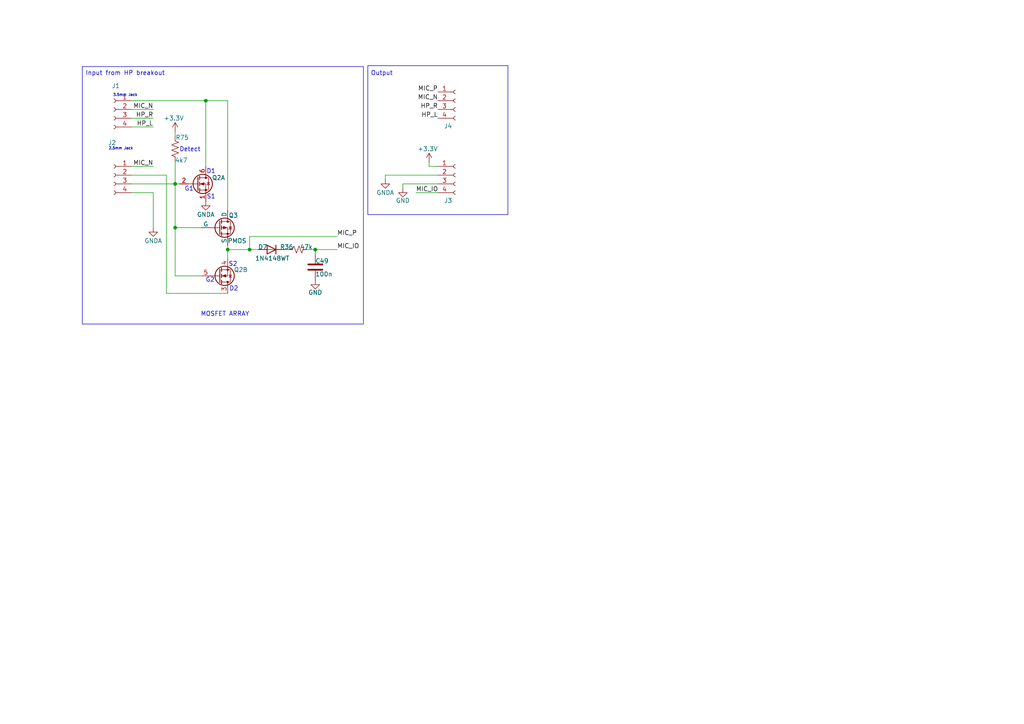
<source format=kicad_sch>
(kicad_sch (version 20250114) (generator "eeschema") (generator_version "9.0")
  (paper "A4")
  (lib_symbols
    (symbol "Connector:Conn_01x04_Socket" (pin_names (offset 1.016) (hide yes))
      (property "Reference" "J" (at 0 5.08 0))
      (property "Value" "Conn_01x04_Socket" (at 0 -7.62 0))
      (symbol "Conn_01x04_Socket_1_1"
        (polyline (pts (xy -1.27 2.54) (xy -0.508 2.54)) (stroke (width 0.1524)))
        (polyline (pts (xy -1.27 0) (xy -0.508 0)) (stroke (width 0.1524)))
        (polyline (pts (xy -1.27 -2.54) (xy -0.508 -2.54)) (stroke (width 0.1524)))
        (polyline (pts (xy -1.27 -5.08) (xy -0.508 -5.08)) (stroke (width 0.1524)))
        (arc (start 0 2.032) (mid -0.5058 2.54) (end 0 3.048) (stroke (width 0.1524)))
        (arc (start 0 -0.508) (mid -0.5058 0) (end 0 0.508) (stroke (width 0.1524)))
        (arc (start 0 -3.048) (mid -0.5058 -2.54) (end 0 -2.032) (stroke (width 0.1524)))
        (arc (start 0 -5.588) (mid -0.5058 -5.08) (end 0 -4.572) (stroke (width 0.1524)))
        (pin passive line (at -5.08 2.54 0) (length 3.81) (name "Pin_1") (number "1"))
        (pin passive line (at -5.08 0 0) (length 3.81) (name "Pin_2") (number "2"))
        (pin passive line (at -5.08 -2.54 0) (length 3.81) (name "Pin_3") (number "3"))
        (pin passive line (at -5.08 -5.08 0) (length 3.81) (name "Pin_4") (number "4"))
      )
    )
    (symbol "Device:C" (pin_numbers (hide yes)) (pin_names (offset 0.254))
      (property "Reference" "C" (at 0.635 2.54 0))
      (property "Value" "C" (at 0.635 -2.54 0))
      (symbol "C_0_1"
        (polyline (pts (xy -2.032 0.762) (xy 2.032 0.762)) (stroke (width 0.508)))
        (polyline (pts (xy -2.032 -0.762) (xy 2.032 -0.762)) (stroke (width 0.508)))
      )
      (symbol "C_1_1"
        (pin passive line (at 0 3.81 270) (length 2.794) (name "~") (number "1"))
        (pin passive line (at 0 -3.81 90) (length 2.794) (name "~") (number "2"))
      )
    )
    (symbol "Device:D" (pin_numbers (hide yes)) (pin_names (offset 1.016) (hide yes))
      (property "Reference" "D" (at 0 2.54 0))
      (property "Value" "D" (at 0 -2.54 0))
      (symbol "D_0_1"
        (polyline (pts (xy -1.27 1.27) (xy -1.27 -1.27)) (stroke (width 0.254)))
        (polyline (pts (xy 1.27 1.27) (xy 1.27 -1.27) (xy -1.27 0) (xy 1.27 1.27)) (stroke (width 0.254)))
        (polyline (pts (xy 1.27 0) (xy -1.27 0)))
      )
      (symbol "D_1_1"
        (pin passive line (at -3.81 0 0) (length 2.54) (name "K") (number "1"))
        (pin passive line (at 3.81 0 180) (length 2.54) (name "A") (number "2"))
      )
    )
    (symbol "Device:R_Small_US" (pin_numbers (hide yes)) (pin_names (offset 0.254) (hide yes))
      (property "Reference" "R" (at 0.762 0.508 0))
      (property "Value" "R_Small_US" (at 0.762 -1.016 0))
      (symbol "R_Small_US_1_1"
        (polyline (pts (xy 0 1.524) (xy 1.016 1.143) (xy 0 0.762) (xy -1.016 0.381) (xy 0 0)))
        (polyline (pts (xy 0 0) (xy 1.016 -0.381) (xy 0 -0.762) (xy -1.016 -1.143) (xy 0 -1.524)))
        (pin passive line (at 0 2.54 270) (length 1.016) (name "~") (number "1"))
        (pin passive line (at 0 -2.54 90) (length 1.016) (name "~") (number "2"))
      )
    )
    (symbol "Device:R_US" (pin_numbers (hide yes)) (pin_names (offset 0))
      (property "Reference" "R" (at 2.54 0 90))
      (property "Value" "R_US" (at -2.54 0 90))
      (symbol "R_US_0_1"
        (polyline (pts (xy 0 2.286) (xy 0 2.54)))
        (polyline (pts (xy 0 2.286) (xy 1.016 1.905) (xy 0 1.524) (xy -1.016 1.143) (xy 0 0.762)))
        (polyline (pts (xy 0 0.762) (xy 1.016 0.381) (xy 0 0) (xy -1.016 -0.381) (xy 0 -0.762)))
        (polyline (pts (xy 0 -0.762) (xy 1.016 -1.143) (xy 0 -1.524) (xy -1.016 -1.905) (xy 0 -2.286)))
        (polyline (pts (xy 0 -2.286) (xy 0 -2.54)))
      )
      (symbol "R_US_1_1"
        (pin passive line (at 0 3.81 270) (length 1.27) (name "~") (number "1"))
        (pin passive line (at 0 -3.81 90) (length 1.27) (name "~") (number "2"))
      )
    )
    (symbol "Simulation_SPICE:PMOS" (pin_numbers (hide yes)) (pin_names (offset 0))
      (property "Reference" "Q" (at 5.08 1.27 0))
      (property "Value" "PMOS" (at 5.08 -1.27 0))
      (symbol "PMOS_0_1"
        (polyline (pts (xy 0.254 1.905) (xy 0.254 -1.905)) (stroke (width 0.254)))
        (polyline (pts (xy 0.254 0) (xy -2.54 0)))
        (polyline (pts (xy 0.762 2.286) (xy 0.762 1.27)) (stroke (width 0.254)))
        (polyline (pts (xy 0.762 1.778) (xy 3.302 1.778) (xy 3.302 -1.778) (xy 0.762 -1.778)))
        (polyline (pts (xy 0.762 0.508) (xy 0.762 -0.508)) (stroke (width 0.254)))
        (polyline (pts (xy 0.762 -1.27) (xy 0.762 -2.286)) (stroke (width 0.254)))
        (circle (center 1.651 0) (radius 2.794) (stroke (width 0.254)))
        (polyline (pts (xy 2.286 0) (xy 1.27 0.381) (xy 1.27 -0.381) (xy 2.286 0)) (fill (type outline)))
        (polyline (pts (xy 2.54 2.54) (xy 2.54 1.778)))
        (circle (center 2.54 1.778) (radius 0.254) (fill (type outline)))
        (circle (center 2.54 -1.778) (radius 0.254) (fill (type outline)))
        (polyline (pts (xy 2.54 -2.54) (xy 2.54 0) (xy 0.762 0)))
        (polyline (pts (xy 2.794 -0.508) (xy 2.921 -0.381) (xy 3.683 -0.381) (xy 3.81 -0.254)))
        (polyline (pts (xy 3.302 -0.381) (xy 2.921 0.254) (xy 3.683 0.254) (xy 3.302 -0.381)))
      )
      (symbol "PMOS_1_1"
        (pin input line (at -5.08 0 0) (length 2.54) (name "G") (number "2"))
        (pin passive line (at 2.54 5.08 270) (length 2.54) (name "D") (number "1"))
        (pin passive line (at 2.54 -5.08 90) (length 2.54) (name "S") (number "3"))
      )
    )
    (symbol "Transistor_FET:Q_Dual_NMOS_S1G1D2S2G2D1" (pin_names (offset 0) (hide yes))
      (property "Reference" "Q" (at 5.08 1.905 0))
      (property "Value" "Q_Dual_NMOS_S1G1D2S2G2D1" (at 5.08 0 0))
      (symbol "Q_Dual_NMOS_S1G1D2S2G2D1_0_1"
        (polyline (pts (xy 0.254 1.905) (xy 0.254 -1.905)) (stroke (width 0.254)))
        (polyline (pts (xy 0.254 0) (xy -2.54 0)))
        (polyline (pts (xy 0.762 2.286) (xy 0.762 1.27)) (stroke (width 0.254)))
        (polyline (pts (xy 0.762 0.508) (xy 0.762 -0.508)) (stroke (width 0.254)))
        (polyline (pts (xy 0.762 -1.27) (xy 0.762 -2.286)) (stroke (width 0.254)))
        (polyline (pts (xy 0.762 -1.778) (xy 3.302 -1.778) (xy 3.302 1.778) (xy 0.762 1.778)))
        (polyline (pts (xy 1.016 0) (xy 2.032 0.381) (xy 2.032 -0.381) (xy 1.016 0)) (fill (type outline)))
        (circle (center 1.651 0) (radius 2.794) (stroke (width 0.254)))
        (polyline (pts (xy 2.54 2.54) (xy 2.54 1.778)))
        (circle (center 2.54 1.778) (radius 0.254) (fill (type outline)))
        (circle (center 2.54 -1.778) (radius 0.254) (fill (type outline)))
        (polyline (pts (xy 2.54 -2.54) (xy 2.54 0) (xy 0.762 0)))
        (polyline (pts (xy 2.921 0.381) (xy 3.683 0.381)))
        (polyline (pts (xy 3.302 0.381) (xy 2.921 -0.254) (xy 3.683 -0.254) (xy 3.302 0.381)))
      )
      (symbol "Q_Dual_NMOS_S1G1D2S2G2D1_1_1"
        (pin input line (at -5.08 0 0) (length 2.54) (name "G") (number "2"))
        (pin passive line (at 2.54 5.08 270) (length 2.54) (name "D") (number "6"))
        (pin passive line (at 2.54 -5.08 90) (length 2.54) (name "S") (number "1"))
      )
      (symbol "Q_Dual_NMOS_S1G1D2S2G2D1_2_1"
        (pin input line (at -5.08 0 0) (length 2.54) (name "G") (number "5"))
        (pin passive line (at 2.54 5.08 270) (length 2.54) (name "D") (number "3"))
        (pin passive line (at 2.54 -5.08 90) (length 2.54) (name "S") (number "4"))
      )
    )
    (symbol "power:+3.3V" (power) (pin_numbers (hide yes)) (pin_names (offset 0) (hide yes))
      (property "Value" "+3.3V" (at 0 3.556 0))
      (symbol "+3.3V_0_1"
        (polyline (pts (xy -0.762 1.27) (xy 0 2.54)))
        (polyline (pts (xy 0 2.54) (xy 0.762 1.27)))
        (polyline (pts (xy 0 0) (xy 0 2.54)))
      )
      (symbol "+3.3V_1_1"
        (pin power_in line (at 0 0 90) (length 0) (name "~") (number "1"))
      )
    )
    (symbol "power:GNDA" (power) (pin_numbers (hide yes)) (pin_names (offset 0) (hide yes))
      (property "Value" "GNDA" (at 0 -3.81 0))
      (symbol "GNDA_0_1"
        (polyline (pts (xy 0 0) (xy 0 -1.27) (xy 1.27 -1.27) (xy 0 -2.54) (xy -1.27 -1.27) (xy 0 -1.27)))
      )
      (symbol "GNDA_1_1"
        (pin power_in line (at 0 0 270) (length 0) (name "~") (number "1"))
      )
    )
  )
  (rectangle (start 106.68 19.05) (end 147.32 62.23))
  (rectangle (start 23.876 19.304) (end 105.41 93.98))
  (text "Input from HP breakout" (at 36.322 21.336 0) (effects (font (size 1.27 1.27))))
  (text "G2" (at 60.96 81.28 0) (effects (font (size 1.27 1.27))))
  (text "S2" (at 67.564 76.708 0) (effects (font (size 1.27 1.27))))
  (text "2.5mm Jack" (at 35.052 43.18 0) (effects (font (size 0.762 0.762))))
  (text "S1" (at 61.214 57.15 0) (effects (font (size 1.27 1.27))))
  (text "MOSFET ARRAY" (at 65.278 91.186 0) (effects (font (size 1.27 1.27))))
  (text "Output" (at 110.744 21.336 0) (effects (font (size 1.27 1.27))))
  (text "D1" (at 61.214 49.784 0) (effects (font (size 1.27 1.27))))
  (text "3.5mm Jack" (at 36.322 27.686 0) (effects (font (size 0.762 0.762))))
  (text "G1" (at 54.864 54.864 0) (effects (font (size 1.27 1.27))))
  (text "Detect" (at 55.118 43.434 0) (effects (font (size 1.27 1.27))))
  (text "D2" (at 67.818 83.82 0) (effects (font (size 1.27 1.27))))
  (junction (at 50.8 66.04))
  (junction (at 66.04 72.39))
  (junction (at 50.8 53.34))
  (junction (at 59.69 29.21))
  (junction (at 91.44 72.39))
  (junction (at 72.39 72.39))
  (wire (pts (xy 116.84 53.34) (xy 116.84 54.61)))
  (wire (pts (xy 59.69 29.21) (xy 66.04 29.21)))
  (wire (pts (xy 38.1 53.34) (xy 50.8 53.34)))
  (wire (pts (xy 50.8 66.04) (xy 50.8 80.01)))
  (wire (pts (xy 72.39 68.58) (xy 72.39 72.39)))
  (wire (pts (xy 50.8 53.34) (xy 52.07 53.34)))
  (wire (pts (xy 124.46 46.99) (xy 124.46 48.26)))
  (wire (pts (xy 38.1 31.75) (xy 44.45 31.75)))
  (wire (pts (xy 50.8 80.01) (xy 58.42 80.01)))
  (wire (pts (xy 38.1 55.88) (xy 44.45 55.88)))
  (wire (pts (xy 120.65 55.88) (xy 127 55.88)))
  (wire (pts (xy 66.04 71.12) (xy 66.04 72.39)))
  (wire (pts (xy 66.04 85.09) (xy 48.26 85.09)))
  (wire (pts (xy 82.55 72.39) (xy 83.82 72.39)))
  (wire (pts (xy 38.1 50.8) (xy 48.26 50.8)))
  (wire (pts (xy 50.8 46.99) (xy 50.8 53.34)))
  (wire (pts (xy 59.69 48.26) (xy 59.69 29.21)))
  (wire (pts (xy 127 53.34) (xy 116.84 53.34)))
  (wire (pts (xy 38.1 29.21) (xy 59.69 29.21)))
  (wire (pts (xy 66.04 60.96) (xy 66.04 29.21)))
  (wire (pts (xy 91.44 72.39) (xy 97.79 72.39)))
  (wire (pts (xy 66.04 72.39) (xy 72.39 72.39)))
  (wire (pts (xy 50.8 38.1) (xy 50.8 39.37)))
  (wire (pts (xy 66.04 72.39) (xy 66.04 74.93)))
  (wire (pts (xy 50.8 53.34) (xy 50.8 66.04)))
  (wire (pts (xy 44.45 55.88) (xy 44.45 66.04)))
  (wire (pts (xy 111.76 52.07) (xy 111.76 50.8)))
  (wire (pts (xy 91.44 73.66) (xy 91.44 72.39)))
  (wire (pts (xy 38.1 48.26) (xy 44.45 48.26)))
  (wire (pts (xy 38.1 36.83) (xy 44.45 36.83)))
  (wire (pts (xy 72.39 72.39) (xy 74.93 72.39)))
  (wire (pts (xy 88.9 72.39) (xy 91.44 72.39)))
  (wire (pts (xy 97.79 68.58) (xy 72.39 68.58)))
  (wire (pts (xy 48.26 50.8) (xy 48.26 85.09)))
  (wire (pts (xy 124.46 48.26) (xy 127 48.26)))
  (wire (pts (xy 111.76 50.8) (xy 127 50.8)))
  (wire (pts (xy 38.1 34.29) (xy 44.45 34.29)))
  (wire (pts (xy 50.8 66.04) (xy 58.42 66.04)))
  (label "HP_R" (at 44.45 34.29 180))
  (label "HP_L" (at 127 34.29 180))
  (label "MIC_IO" (at 97.79 72.39 0))
  (label "MIC_IO" (at 120.65 55.88 0))
  (label "MIC_N" (at 127 29.21 180))
  (label "HP_L" (at 44.45 36.83 180))
  (label "HP_R" (at 127 31.75 180))
  (label "MIC_P" (at 97.79 68.58 0))
  (label "MIC_N" (at 44.45 31.75 180))
  (label "MIC_P" (at 127 26.67 180))
  (label "MIC_N" (at 44.45 48.26 180))
  (symbol (lib_id "Device:R_Small_US") (at 86.36 72.39 270) (unit 1)
    (property "Reference" "R36" (at 85.09 71.628 90) (effects (justify right)))
    (property "Value" "47k" (at 90.678 71.628 90) (effects (justify right)))
    (property "Footprint" "Resistor_SMD:R_0402_1005Metric" (effects (hide yes)))
    (property "Description" "Resistor, small US symbol" (effects (hide yes)))
    (property "JLCPCB Part #" "C25792" (effects (hide yes)))
  )
  (symbol (lib_id "power:GNDA") (at 59.69 58.42 0) (unit 1)
    (property "Reference" "#PWR048" (effects (hide yes)))
    (property "Value" "GNDA" (at 59.69 62.23 0))
    (property "Description" "Power symbol creates a global label with name \"GNDA\" , analog ground" (effects (hide yes)))
  )
  (symbol (lib_id "Connector:Conn_01x04_Socket") (at 132.08 50.8 0) (unit 1)
    (property "Reference" "J3" (at 128.778 58.166 0) (effects (justify left)))
    (property "Value" "Conn_01x04_Socket" (effects (hide yes)))
    (property "Footprint" "Connector_PinHeader_2.54mm:PinHeader_1x04_P2.54mm_Vertical_SMD_Pin1Right" (effects (hide yes)))
    (property "Description" "Generic connector, single row, 01x04, script generated" (effects (hide yes)))
    (property "JLCPCB Part #" "C42379197" (effects (hide yes)))
    (property "FT Rotation Offset" "90" (effects (hide yes)))
  )
  (symbol (lib_id "power:+3.3V") (at 50.8 38.1 0) (mirror y) (unit 1)
    (property "Reference" "#PWR088" (effects (hide yes)))
    (property "Value" "+3.3V" (at 53.34 34.29 0) (effects (justify left)))
    (property "Description" "Power symbol creates a global label with name \"+3.3V\"" (effects (hide yes)))
  )
  (symbol (lib_id "power:GNDA") (at 111.76 52.07 0) (unit 1)
    (property "Reference" "#PWR03" (effects (hide yes)))
    (property "Value" "GNDA" (at 111.76 55.88 0))
    (property "Description" "Power symbol creates a global label with name \"GNDA\" , analog ground" (effects (hide yes)))
  )
  (symbol (lib_id "Device:R_US") (at 50.8 43.18 180) (unit 1)
    (property "Reference" "R75" (at 52.832 39.878 0))
    (property "Value" "4k7" (at 52.578 46.482 0))
    (property "Footprint" "Resistor_SMD:R_0402_1005Metric" (effects (hide yes)))
    (property "Description" "Resistor, US symbol" (effects (hide yes)))
    (property "JLCPCB Part #" "C25900" (effects (hide yes)))
  )
  (symbol (lib_id "Device:D") (at 78.74 72.39 180) (unit 1)
    (property "Reference" "D7" (at 76.2 71.628 0))
    (property "Value" "1N4148WT" (at 78.994 74.93 0))
    (property "Footprint" "Diode_SMD:D_SOD-523" (effects (hide yes)))
    (property "Description" "Diode" (effects (hide yes)))
    (property "Sim.Device" "D" (effects (hide yes)))
    (property "Sim.Pins" "1=K 2=A" (effects (hide yes)))
    (property "JLCPCB Part #" "C27748" (effects (hide yes)))
  )
  (symbol (lib_id "power:+3.3V") (at 124.46 46.99 0) (mirror y) (unit 1)
    (property "Reference" "#PWR01" (effects (hide yes)))
    (property "Value" "+3.3V" (at 127 43.18 0) (effects (justify left)))
    (property "Description" "Power symbol creates a global label with name \"+3.3V\"" (effects (hide yes)))
  )
  (symbol (lib_id "Connector:Conn_01x04_Socket") (at 132.08 29.21 0) (unit 1)
    (property "Reference" "J4" (at 128.778 36.576 0) (effects (justify left)))
    (property "Value" "Conn_01x04_Socket" (effects (hide yes)))
    (property "Footprint" "Connector_PinHeader_2.54mm:PinHeader_1x04_P2.54mm_Vertical_SMD_Pin1Right" (effects (hide yes)))
    (property "Description" "Generic connector, single row, 01x04, script generated" (effects (hide yes)))
    (property "JLCPCB Part #" "C42379197" (effects (hide yes)))
    (property "FT Rotation Offset" "90" (effects (hide yes)))
  )
  (symbol (lib_id "power:GNDA") (at 91.44 81.28 0) (unit 1)
    (property "Reference" "#PWR051" (effects (hide yes)))
    (property "Value" "GND" (at 91.44 84.836 0))
    (property "Description" "Power symbol creates a global label with name \"GNDA\" , analog ground" (effects (hide yes)))
  )
  (symbol (lib_id "Transistor_FET:Q_Dual_NMOS_S1G1D2S2G2D1") (at 57.15 53.34 0) (unit 1)
    (property "Reference" "Q2" (at 61.468 51.562 0) (effects (justify left)))
    (property "Value" "Q_Dual_NMOS_S1G1D2S2G2D1" (effects (hide yes)))
    (property "Footprint" "Hactar_Footprints:SOT-363_L2.1-W1.3-P0.65-LS2.3-BL" (effects (hide yes)))
    (property "Description" "Dual NMOS transistor, 6 pin package" (effects (hide yes)))
    (property "JLCPCB Part #" "C5362112" (effects (hide yes)))
    (property "FT Rotation Offset" "180" (effects (hide yes)))
  )
  (symbol (lib_id "Transistor_FET:Q_Dual_NMOS_S1G1D2S2G2D1") (at 63.5 80.01 0) (mirror x) (unit 2)
    (property "Reference" "Q2" (at 67.818 78.232 0) (effects (justify left)))
    (property "Value" "Q_Dual_NMOS_S1G1D2S2G2D1" (effects (hide yes)))
    (property "Footprint" "Hactar_Footprints:SOT-363_L2.1-W1.3-P0.65-LS2.3-BL" (effects (hide yes)))
    (property "Description" "Dual NMOS transistor, 6 pin package" (effects (hide yes)))
    (property "JLCPCB Part #" "C5362112" (effects (hide yes)))
    (property "FT Rotation Offset" "180" (effects (hide yes)))
  )
  (symbol (lib_id "Device:C") (at 91.44 77.47 0) (unit 1)
    (property "Reference" "C49" (at 91.44 75.692 0) (effects (justify left)))
    (property "Value" "100n" (at 91.44 79.502 0) (effects (justify left)))
    (property "Footprint" "Capacitor_SMD:C_0402_1005Metric" (effects (hide yes)))
    (property "Description" "Unpolarized capacitor" (effects (hide yes)))
    (property "JLCPCB Part #" "C1525" (effects (hide yes)))
  )
  (symbol (lib_id "power:GNDA") (at 116.84 54.61 0) (unit 1)
    (property "Reference" "#PWR02" (effects (hide yes)))
    (property "Value" "GND" (at 116.84 58.166 0))
    (property "Description" "Power symbol creates a global label with name \"GNDA\" , analog ground" (effects (hide yes)))
  )
  (symbol (lib_id "Connector:Conn_01x04_Socket") (at 33.02 50.8 0) (mirror y) (unit 1)
    (property "Reference" "J2" (at 32.512 41.402 0))
    (property "Value" "Conn_01x04_Socket" (effects (hide yes)))
    (property "Footprint" "Connector_PinHeader_2.54mm:PinHeader_1x04_P2.54mm_Vertical_SMD_Pin1Right" (effects (hide yes)))
    (property "Description" "Generic connector, single row, 01x04, script generated" (effects (hide yes)))
    (property "JLCPCB Part #" "C42379197" (effects (hide yes)))
    (property "FT Rotation Offset" "90" (effects (hide yes)))
  )
  (symbol (lib_id "power:GNDA") (at 44.45 66.04 0) (unit 1)
    (property "Reference" "#PWR085" (effects (hide yes)))
    (property "Value" "GNDA" (at 44.45 69.85 0))
    (property "Description" "Power symbol creates a global label with name \"GNDA\" , analog ground" (effects (hide yes)))
  )
  (symbol (lib_id "Connector:Conn_01x04_Socket") (at 33.02 31.75 0) (mirror y) (unit 1)
    (property "Reference" "J1" (at 34.798 24.892 0) (effects (justify left)))
    (property "Value" "Conn_01x04_Socket" (effects (hide yes)))
    (property "Footprint" "Connector_PinHeader_2.54mm:PinHeader_1x04_P2.54mm_Vertical_SMD_Pin1Right" (effects (hide yes)))
    (property "Description" "Generic connector, single row, 01x04, script generated" (effects (hide yes)))
    (property "JLCPCB Part #" "C42379197" (effects (hide yes)))
    (property "FT Rotation Offset" "90" (effects (hide yes)))
  )
  (symbol (lib_id "Simulation_SPICE:PMOS") (at 63.5 66.04 0) (unit 1)
    (property "Reference" "Q3" (at 66.294 62.484 0) (effects (justify left)))
    (property "Value" "PMOS" (at 66.04 69.85 0) (effects (justify left)))
    (property "Footprint" "Hactar_Footprints:SOT-23-3_L2.9-W1.3-P1.90-LS2.4-BR" (effects (hide yes)))
    (property "Datasheet" "https://ngspice.sourceforge.io/docs/ngspice-html-manual/manual.xhtml#cha_MOSFETs" (effects (hide yes)))
    (property "Description" "P-MOSFET transistor, drain/source/gate" (effects (hide yes)))
    (property "Sim.Device" "PMOS" (effects (hide yes)))
    (property "Sim.Type" "VDMOS" (effects (hide yes)))
    (property "Sim.Pins" "1=D 2=G 3=S" (effects (hide yes)))
    (property "JLCPCB Part #" "C181091" (effects (hide yes)))
    (property "FT Rotation Offset" "180" (effects (hide yes)))
  )
)
</source>
